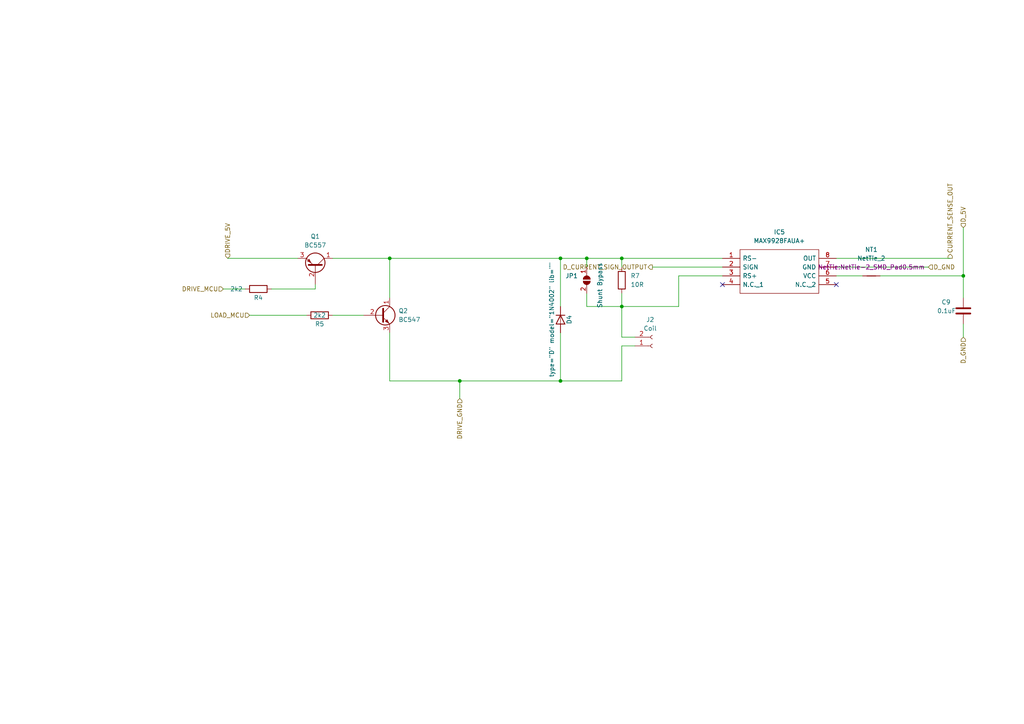
<source format=kicad_sch>
(kicad_sch (version 20211123) (generator eeschema)
  (paper "A4")
  (lib_symbols
    (symbol "Connector:Conn_01x02_Female" (pin_names (offset 1.016) hide)
      (property "Reference" "J" (at 0 2.54 0))
      (property "Value" "Conn_01x02_Female" (at 0 -5.08 0))
      (symbol "Conn_01x02_Female_1_1"
        (arc (start 0 -2.032) (mid -0.508 -2.54) (end 0 -3.048) (stroke (width 0.1524)))
        (polyline (pts (xy -1.27 -2.54) (xy -0.508 -2.54)) (stroke (width 0.1524)))
        (polyline (pts (xy -1.27 0) (xy -0.508 0)) (stroke (width 0.1524)))
        (arc (start 0 0.508) (mid -0.508 0) (end 0 -0.508) (stroke (width 0.1524)))
        (pin passive line (at -5.08 0 0) (length 3.81) (name "Pin_1") (number "1"))
        (pin passive line (at -5.08 -2.54 0) (length 3.81) (name "Pin_2") (number "2"))
      )
    )
    (symbol "Device:C" (pin_numbers hide) (pin_names (offset 0.254))
      (property "Reference" "C" (at 0.635 2.54 0))
      (property "Value" "C" (at 0.635 -2.54 0))
      (symbol "C_0_1"
        (polyline (pts (xy -2.032 -0.762) (xy 2.032 -0.762)) (stroke (width 0.508)))
        (polyline (pts (xy -2.032 0.762) (xy 2.032 0.762)) (stroke (width 0.508)))
      )
      (symbol "C_1_1"
        (pin passive line (at 0 3.81 270) (length 2.794) (name "~") (number "1"))
        (pin passive line (at 0 -3.81 90) (length 2.794) (name "~") (number "2"))
      )
    )
    (symbol "Device:NetTie_2" (pin_numbers hide) (pin_names (offset 0) hide)
      (property "Reference" "NT" (at 0 1.27 0))
      (property "Value" "NetTie_2" (at 0 -1.27 0))
      (symbol "NetTie_2_0_1"
        (polyline (pts (xy -1.27 0) (xy 1.27 0)) (stroke (width 0.254)))
      )
      (symbol "NetTie_2_1_1"
        (pin passive line (at -2.54 0 0) (length 2.54) (name "1") (number "1"))
        (pin passive line (at 2.54 0 180) (length 2.54) (name "2") (number "2"))
      )
    )
    (symbol "Device:R" (pin_numbers hide) (pin_names (offset 0))
      (property "Reference" "R" (at 2.032 0 90))
      (property "Value" "R" (at 0 0 90))
      (symbol "R_0_1"
        (rectangle (start -1.016 -2.54) (end 1.016 2.54) (stroke (width 0.254)))
      )
      (symbol "R_1_1"
        (pin passive line (at 0 3.81 270) (length 1.27) (name "~") (number "1"))
        (pin passive line (at 0 -3.81 90) (length 1.27) (name "~") (number "2"))
      )
    )
    (symbol "Jumper:SolderJumper_2_Open" (pin_names (offset 0) hide)
      (property "Reference" "JP" (at 0 2.032 0))
      (property "Value" "SolderJumper_2_Open" (at 0 -2.54 0))
      (symbol "SolderJumper_2_Open_0_1"
        (arc (start -0.254 1.016) (mid -1.27 0) (end -0.254 -1.016))
        (arc (start -0.254 1.016) (mid -1.27 0) (end -0.254 -1.016) (fill (type outline)))
        (polyline (pts (xy -0.254 1.016) (xy -0.254 -1.016)))
        (polyline (pts (xy 0.254 1.016) (xy 0.254 -1.016)))
        (arc (start 0.254 -1.016) (mid 1.27 0) (end 0.254 1.016))
        (arc (start 0.254 -1.016) (mid 1.27 0) (end 0.254 1.016) (fill (type outline)))
      )
      (symbol "SolderJumper_2_Open_1_1"
        (pin passive line (at -3.81 0 0) (length 2.54) (name "A") (number "1"))
        (pin passive line (at 3.81 0 180) (length 2.54) (name "B") (number "2"))
      )
    )
    (symbol "MAX9928FAUA+:MAX9928FAUA+" (pin_names (offset 0.762))
      (property "Reference" "IC" (at 29.21 7.62 0))
      (property "Value" "MAX9928FAUA+" (at 29.21 5.08 0))
      (symbol "MAX9928FAUA+_0_0"
        (pin passive line (at 0 0 0) (length 5.08) (name "RS-") (number "1"))
        (pin passive line (at 0 -2.54 0) (length 5.08) (name "SIGN") (number "2"))
        (pin passive line (at 0 -5.08 0) (length 5.08) (name "RS+") (number "3"))
        (pin passive line (at 0 -7.62 0) (length 5.08) (name "N.C._1") (number "4"))
        (pin passive line (at 33.02 -7.62 180) (length 5.08) (name "N.C._2") (number "5"))
        (pin passive line (at 33.02 -5.08 180) (length 5.08) (name "VCC") (number "6"))
        (pin passive line (at 33.02 -2.54 180) (length 5.08) (name "GND") (number "7"))
        (pin passive line (at 33.02 0 180) (length 5.08) (name "OUT") (number "8"))
      )
      (symbol "MAX9928FAUA+_0_1"
        (polyline (pts (xy 5.08 2.54) (xy 27.94 2.54) (xy 27.94 -10.16) (xy 5.08 -10.16) (xy 5.08 2.54)) (stroke (width 0.1524)))
      )
    )
    (symbol "Simulation_SPICE:DIODE" (pin_numbers hide) (pin_names (offset 1.016) hide)
      (property "Reference" "D" (at 0 2.54 0))
      (property "Value" "DIODE" (at 0 -2.54 0))
      (symbol "DIODE_0_1"
        (polyline (pts (xy 1.27 0) (xy -1.27 0)))
        (polyline (pts (xy 1.27 1.27) (xy 1.27 -1.27)) (stroke (width 0.254)))
        (polyline (pts (xy -1.27 -1.27) (xy -1.27 1.27) (xy 1.27 0) (xy -1.27 -1.27)) (stroke (width 0.254)))
      )
      (symbol "DIODE_1_1"
        (pin passive line (at -3.81 0 0) (length 2.54) (name "A") (number "1"))
        (pin passive line (at 3.81 0 180) (length 2.54) (name "K") (number "2"))
      )
    )
    (symbol "Transistor_BJT:BC547" (pin_names (offset 0) hide)
      (property "Reference" "Q" (at 5.08 1.905 0))
      (property "Value" "BC547" (at 5.08 0 0))
      (symbol "BC547_0_1"
        (polyline (pts (xy 0 0) (xy 0.635 0)))
        (polyline (pts (xy 0.635 0.635) (xy 2.54 2.54)))
        (polyline (pts (xy 0.635 -0.635) (xy 2.54 -2.54) (xy 2.54 -2.54)))
        (polyline (pts (xy 0.635 1.905) (xy 0.635 -1.905) (xy 0.635 -1.905)) (stroke (width 0.508)))
        (polyline (pts (xy 1.27 -1.778) (xy 1.778 -1.27) (xy 2.286 -2.286) (xy 1.27 -1.778) (xy 1.27 -1.778)) (fill (type outline)))
        (circle (center 1.27 0) (radius 2.8194) (stroke (width 0.254)))
      )
      (symbol "BC547_1_1"
        (pin passive line (at 2.54 5.08 270) (length 2.54) (name "C") (number "1"))
        (pin input line (at -5.08 0 0) (length 5.08) (name "B") (number "2"))
        (pin passive line (at 2.54 -5.08 90) (length 2.54) (name "E") (number "3"))
      )
    )
    (symbol "Transistor_BJT:BC557" (pin_names (offset 0) hide)
      (property "Reference" "Q" (at 5.08 1.905 0))
      (property "Value" "BC557" (at 5.08 0 0))
      (symbol "BC557_0_1"
        (polyline (pts (xy 0.635 0.635) (xy 2.54 2.54)))
        (polyline (pts (xy 0.635 -0.635) (xy 2.54 -2.54) (xy 2.54 -2.54)))
        (polyline (pts (xy 0.635 1.905) (xy 0.635 -1.905) (xy 0.635 -1.905)) (stroke (width 0.508)))
        (polyline (pts (xy 2.286 -1.778) (xy 1.778 -2.286) (xy 1.27 -1.27) (xy 2.286 -1.778) (xy 2.286 -1.778)) (fill (type outline)))
        (circle (center 1.27 0) (radius 2.8194) (stroke (width 0.254)))
      )
      (symbol "BC557_1_1"
        (pin passive line (at 2.54 5.08 270) (length 2.54) (name "C") (number "1"))
        (pin input line (at -5.08 0 0) (length 5.715) (name "B") (number "2"))
        (pin passive line (at 2.54 -5.08 90) (length 2.54) (name "E") (number "3"))
      )
    )
  )
  (junction (at 113.03 74.93))
  (junction (at 162.56 110.49))
  (junction (at 180.34 88.9))
  (junction (at 133.35 110.49))
  (junction (at 162.56 74.93))
  (junction (at 279.4 80.01))
  (junction (at 180.34 74.93))
  (junction (at 170.18 74.93))
  (no_connect (at 242.57 82.55))
  (no_connect (at 209.55 82.55))
  (wire (pts (xy 180.34 88.9) (xy 170.18 88.9)))
  (wire (pts (xy 242.57 77.47) (xy 269.24 77.47)))
  (wire (pts (xy 91.44 83.82) (xy 91.44 82.55)))
  (wire (pts (xy 113.03 96.52) (xy 113.03 110.49)))
  (wire (pts (xy 180.34 74.93) (xy 209.55 74.93)))
  (wire (pts (xy 242.57 80.01) (xy 250.19 80.01)))
  (wire (pts (xy 279.4 66.04) (xy 279.4 80.01)))
  (wire (pts (xy 162.56 110.49) (xy 180.34 110.49)))
  (wire (pts (xy 180.34 85.09) (xy 180.34 88.9)))
  (wire (pts (xy 170.18 74.93) (xy 180.34 74.93)))
  (wire (pts (xy 162.56 110.49) (xy 133.35 110.49)))
  (wire (pts (xy 180.34 100.33) (xy 180.34 110.49)))
  (wire (pts (xy 170.18 74.93) (xy 170.18 77.47)))
  (wire (pts (xy 78.74 83.82) (xy 91.44 83.82)))
  (wire (pts (xy 279.4 80.01) (xy 279.4 86.36)))
  (wire (pts (xy 180.34 100.33) (xy 184.15 100.33)))
  (wire (pts (xy 180.34 97.79) (xy 184.15 97.79)))
  (wire (pts (xy 64.77 83.82) (xy 71.12 83.82)))
  (wire (pts (xy 66.04 74.93) (xy 86.36 74.93)))
  (wire (pts (xy 162.56 96.52) (xy 162.56 110.49)))
  (wire (pts (xy 72.39 91.44) (xy 88.9 91.44)))
  (wire (pts (xy 113.03 74.93) (xy 113.03 86.36)))
  (wire (pts (xy 180.34 74.93) (xy 180.34 77.47)))
  (wire (pts (xy 196.85 80.01) (xy 209.55 80.01)))
  (wire (pts (xy 279.4 97.79) (xy 279.4 93.98)))
  (wire (pts (xy 113.03 110.49) (xy 133.35 110.49)))
  (wire (pts (xy 196.85 80.01) (xy 196.85 88.9)))
  (wire (pts (xy 255.27 80.01) (xy 279.4 80.01)))
  (wire (pts (xy 162.56 74.93) (xy 162.56 88.9)))
  (wire (pts (xy 180.34 88.9) (xy 196.85 88.9)))
  (wire (pts (xy 133.35 110.49) (xy 133.35 115.57)))
  (wire (pts (xy 96.52 74.93) (xy 113.03 74.93)))
  (wire (pts (xy 113.03 74.93) (xy 162.56 74.93)))
  (wire (pts (xy 170.18 85.09) (xy 170.18 88.9)))
  (wire (pts (xy 180.34 97.79) (xy 180.34 88.9)))
  (wire (pts (xy 162.56 74.93) (xy 170.18 74.93)))
  (wire (pts (xy 96.52 91.44) (xy 105.41 91.44)))
  (wire (pts (xy 242.57 74.93) (xy 275.59 74.93)))
  (wire (pts (xy 189.23 77.47) (xy 209.55 77.47)))
  (hierarchical_label "D_GND" (shape input) (at 269.24 77.47 0))
  (hierarchical_label "LOAD_MCU" (shape input) (at 72.39 91.44 180))
  (hierarchical_label "D_5V" (shape input) (at 279.4 66.04 90))
  (hierarchical_label "D_GND" (shape input) (at 279.4 97.79 270))
  (hierarchical_label "DRIVE_MCU" (shape input) (at 64.77 83.82 180))
  (hierarchical_label "D_CURRENT_SIGN_OUTPUT" (shape output) (at 189.23 77.47 180))
  (hierarchical_label "DRIVE_5V" (shape input) (at 66.04 74.93 90))
  (hierarchical_label "CURRENT_SENSE_OUT" (shape output) (at 275.59 74.93 90))
  (hierarchical_label "DRIVE_GND" (shape input) (at 133.35 115.57 270))
  (symbol (lib_id "Device:R") (at 92.71 91.44 270) (unit 1)
    (property "Reference" "R5" (at 92.71 93.98 90))
    (property "Value" "2k2" (at 92.71 91.44 90))
    (property "Footprint" "Resistor_SMD:R_0805_2012Metric_Pad1.20x1.40mm_HandSolder" (effects hide))
  )
  (symbol (lib_id "Device:NetTie_2") (at 252.73 80.01 0) (mirror y) (unit 1)
    (property "Reference" "NT1" (at 252.73 72.39 0))
    (property "Value" "NetTie_2" (at 252.73 74.93 0))
    (property "Footprint" "NetTie:NetTie-2_SMD_Pad0.5mm" (at 252.73 77.47 0))
  )
  (symbol (lib_id "Device:R") (at 180.34 81.28 0) (mirror y) (unit 1)
    (property "Reference" "R7" (at 182.88 80.0099 0) (effects (justify right)))
    (property "Value" "10R" (at 182.88 82.5499 0) (effects (justify right)))
    (property "Footprint" "Resistor_SMD:R_0805_2012Metric_Pad1.20x1.40mm_HandSolder" (effects hide))
  )
  (symbol (lib_id "Jumper:SolderJumper_2_Open") (at 170.18 81.28 90) (mirror x) (unit 1)
    (property "Reference" "JP1" (at 167.64 80.0099 90) (effects (justify left)))
    (property "Value" "Shunt Bypass" (at 173.99 76.2 0) (effects (justify left)))
    (property "Footprint" "Jumper:SolderJumper-2_P1.3mm_Open_Pad1.0x1.5mm" (effects hide))
  )
  (symbol (lib_id "Connector:Conn_01x02_Female") (at 189.23 100.33 0) (mirror x) (unit 1)
    (property "Reference" "J2" (at 188.595 92.71 0))
    (property "Value" "Coil" (at 188.595 95.25 0))
    (property "Footprint" "Connector_Molex:RSPROPenduinoTerminal" (effects hide))
  )
  (symbol (lib_id "Simulation_SPICE:DIODE") (at 162.56 92.71 90) (unit 1)
    (property "Reference" "D4" (at 165.1 92.71 0))
    (property "Value" "1N4002" (at 160.02 92.71 0))
    (property "Footprint" "Diode_THT:D_T-1_P5.08mm_Horizontal" (effects hide))
    (property "Spice_Netlist_Enabled" "Y" (effects hide))
    (property "Spice_Primitive" "D" (effects hide))
  )
  (symbol (lib_id "Device:R") (at 74.93 83.82 270) (unit 1)
    (property "Reference" "R4" (at 74.93 86.36 90))
    (property "Value" "2k2" (at 68.58 83.82 90))
    (property "Footprint" "Resistor_SMD:R_0805_2012Metric_Pad1.20x1.40mm_HandSolder" (effects hide))
  )
  (symbol (lib_id "MAX9928FAUA+:MAX9928FAUA+") (at 209.55 74.93 0) (unit 1)
    (property "Reference" "IC5" (at 226.06 67.31 0))
    (property "Value" "MAX9928FAUA+" (at 226.06 69.85 0))
    (property "Footprint" "Sensor_Current:SOP65P490X110-8N" (effects hide))
    (property "Datasheet" "https://datasheet.datasheetarchive.com/originals/dk/DKDS-7/138374.pdf" (effects hide))
    (property "Description" "Maxim MAX9928FAUA+, Current Sensing Amplifier Single Bidirectional, Unidirectional 8-Pin uMAX" (effects hide))
    (property "Height" "1.1" (effects hide))
    (property "Manufacturer_Name" "Maxim Integrated" (effects hide))
    (property "Manufacturer_Part_Number" "MAX9928FAUA+" (effects hide))
    (property "Mouser Part Number" "700-MAX9928FAUA" (effects hide))
    (property "Mouser Price/Stock" "https://www.mouser.co.uk/ProductDetail/Maxim-Integrated/MAX9928FAUA%2b?qs=1eQvB6Dk1vjuLd8AJ8%252BsIw%3D%3D" (effects hide))
  )
  (symbol (lib_id "Transistor_BJT:BC557") (at 91.44 77.47 270) (mirror x) (unit 1)
    (property "Reference" "Q1" (at 91.44 68.58 90))
    (property "Value" "BC557" (at 91.44 71.12 90))
    (property "Footprint" "Package_TO_SOT_SMD:SOT-23" (effects hide))
    (property "Datasheet" "https://www.onsemi.com/pub/Collateral/BC556BTA-D.pdf" (effects hide))
  )
  (symbol (lib_id "Device:C") (at 279.4 90.17 0) (unit 1)
    (property "Reference" "C9" (at 273.05 87.63 0) (effects (justify left)))
    (property "Value" "0.1uF" (at 271.78 90.17 0) (effects (justify left)))
    (property "Footprint" "Capacitor_SMD:C_0805_2012Metric_Pad1.18x1.45mm_HandSolder" (effects hide))
  )
  (symbol (lib_id "Transistor_BJT:BC547") (at 110.49 91.44 0) (unit 1)
    (property "Reference" "Q2" (at 115.57 90.1699 0) (effects (justify left)))
    (property "Value" "BC547" (at 115.57 92.7099 0) (effects (justify left)))
    (property "Footprint" "Package_TO_SOT_SMD:SOT-23" (effects hide))
    (property "Datasheet" "https://www.onsemi.com/pub/Collateral/BC550-D.pdf" (effects hide))
  )
)
</source>
